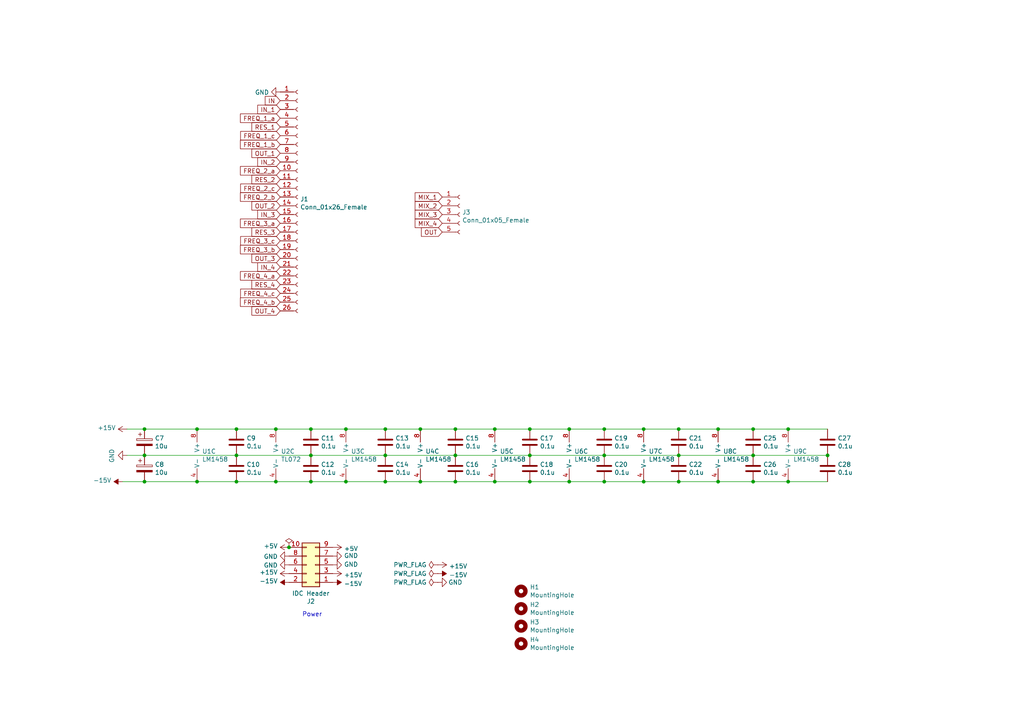
<source format=kicad_sch>
(kicad_sch (version 20230121) (generator eeschema)
  (paper "A4")
  (title_block (title "resonanz") (date "2020-06-13") (rev "01") (comment 1 "schema for main circuit") (comment 2 "resonant band pass filter") (comment 4 "License CC BY 4.0 - Attribution 4.0 International"))
  (lib_symbols
    (symbol "Amplifier_Operational:TL072" (pin_names (offset 0.127))
      (property "Reference" "U" (at 0 5.08 0))
      (property "Value" "TL072" (at 0 -5.08 0))
      (symbol "TL072_1_1"
        (polyline (pts (xy -5.08 5.08) (xy 5.08 0) (xy -5.08 -5.08) (xy -5.08 5.08)) (stroke (width 0.254)) (fill (type background)))
        (pin output line (at 7.62 0 180) (length 2.54) (name "~") (number "1"))
        (pin input line (at -7.62 -2.54 0) (length 2.54) (name "-") (number "2"))
        (pin input line (at -7.62 2.54 0) (length 2.54) (name "+") (number "3"))
      )
      (symbol "TL072_2_1"
        (polyline (pts (xy -5.08 5.08) (xy 5.08 0) (xy -5.08 -5.08) (xy -5.08 5.08)) (stroke (width 0.254)) (fill (type background)))
        (pin input line (at -7.62 2.54 0) (length 2.54) (name "+") (number "5"))
        (pin input line (at -7.62 -2.54 0) (length 2.54) (name "-") (number "6"))
        (pin output line (at 7.62 0 180) (length 2.54) (name "~") (number "7"))
      )
      (symbol "TL072_3_1"
        (pin power_in line (at -2.54 -7.62 90) (length 3.81) (name "V-") (number "4"))
        (pin power_in line (at -2.54 7.62 270) (length 3.81) (name "V+") (number "8"))
      )
    )
    (symbol "Connector:Conn_01x05_Socket" (pin_names (offset 1.016) hide)
      (property "Reference" "J" (at 0 7.62 0))
      (property "Value" "Conn_01x05_Socket" (at 0 -7.62 0))
      (symbol "Conn_01x05_Socket_1_1"
        (arc (start 0 -4.572) (mid -0.5058 -5.08) (end 0 -5.588) (stroke (width 0.1524)))
        (arc (start 0 -2.032) (mid -0.5058 -2.54) (end 0 -3.048) (stroke (width 0.1524)))
        (polyline (pts (xy -1.27 -5.08) (xy -0.508 -5.08)) (stroke (width 0.1524)))
        (polyline (pts (xy -1.27 -2.54) (xy -0.508 -2.54)) (stroke (width 0.1524)))
        (polyline (pts (xy -1.27 0) (xy -0.508 0)) (stroke (width 0.1524)))
        (polyline (pts (xy -1.27 2.54) (xy -0.508 2.54)) (stroke (width 0.1524)))
        (polyline (pts (xy -1.27 5.08) (xy -0.508 5.08)) (stroke (width 0.1524)))
        (arc (start 0 0.508) (mid -0.5058 0) (end 0 -0.508) (stroke (width 0.1524)))
        (arc (start 0 3.048) (mid -0.5058 2.54) (end 0 2.032) (stroke (width 0.1524)))
        (arc (start 0 5.588) (mid -0.5058 5.08) (end 0 4.572) (stroke (width 0.1524)))
        (pin passive line (at -5.08 5.08 0) (length 3.81) (name "Pin_1") (number "1"))
        (pin passive line (at -5.08 2.54 0) (length 3.81) (name "Pin_2") (number "2"))
        (pin passive line (at -5.08 0 0) (length 3.81) (name "Pin_3") (number "3"))
        (pin passive line (at -5.08 -2.54 0) (length 3.81) (name "Pin_4") (number "4"))
        (pin passive line (at -5.08 -5.08 0) (length 3.81) (name "Pin_5") (number "5"))
      )
    )
    (symbol "Connector:Conn_01x26_Socket" (pin_names (offset 1.016) hide)
      (property "Reference" "J" (at 0 33.02 0))
      (property "Value" "Conn_01x26_Socket" (at 0 -35.56 0))
      (symbol "Conn_01x26_Socket_1_1"
        (arc (start 0 -32.512) (mid -0.5058 -33.02) (end 0 -33.528) (stroke (width 0.1524)))
        (arc (start 0 -29.972) (mid -0.5058 -30.48) (end 0 -30.988) (stroke (width 0.1524)))
        (arc (start 0 -27.432) (mid -0.5058 -27.94) (end 0 -28.448) (stroke (width 0.1524)))
        (arc (start 0 -24.892) (mid -0.5058 -25.4) (end 0 -25.908) (stroke (width 0.1524)))
        (arc (start 0 -22.352) (mid -0.5058 -22.86) (end 0 -23.368) (stroke (width 0.1524)))
        (arc (start 0 -19.812) (mid -0.5058 -20.32) (end 0 -20.828) (stroke (width 0.1524)))
        (arc (start 0 -17.272) (mid -0.5058 -17.78) (end 0 -18.288) (stroke (width 0.1524)))
        (arc (start 0 -14.732) (mid -0.5058 -15.24) (end 0 -15.748) (stroke (width 0.1524)))
        (arc (start 0 -12.192) (mid -0.5058 -12.7) (end 0 -13.208) (stroke (width 0.1524)))
        (arc (start 0 -9.652) (mid -0.5058 -10.16) (end 0 -10.668) (stroke (width 0.1524)))
        (arc (start 0 -7.112) (mid -0.5058 -7.62) (end 0 -8.128) (stroke (width 0.1524)))
        (arc (start 0 -4.572) (mid -0.5058 -5.08) (end 0 -5.588) (stroke (width 0.1524)))
        (arc (start 0 -2.032) (mid -0.5058 -2.54) (end 0 -3.048) (stroke (width 0.1524)))
        (polyline (pts (xy -1.27 -33.02) (xy -0.508 -33.02)) (stroke (width 0.1524)))
        (polyline (pts (xy -1.27 -30.48) (xy -0.508 -30.48)) (stroke (width 0.1524)))
        (polyline (pts (xy -1.27 -27.94) (xy -0.508 -27.94)) (stroke (width 0.1524)))
        (polyline (pts (xy -1.27 -25.4) (xy -0.508 -25.4)) (stroke (width 0.1524)))
        (polyline (pts (xy -1.27 -22.86) (xy -0.508 -22.86)) (stroke (width 0.1524)))
        (polyline (pts (xy -1.27 -20.32) (xy -0.508 -20.32)) (stroke (width 0.1524)))
        (polyline (pts (xy -1.27 -17.78) (xy -0.508 -17.78)) (stroke (width 0.1524)))
        (polyline (pts (xy -1.27 -15.24) (xy -0.508 -15.24)) (stroke (width 0.1524)))
        (polyline (pts (xy -1.27 -12.7) (xy -0.508 -12.7)) (stroke (width 0.1524)))
        (polyline (pts (xy -1.27 -10.16) (xy -0.508 -10.16)) (stroke (width 0.1524)))
        (polyline (pts (xy -1.27 -7.62) (xy -0.508 -7.62)) (stroke (width 0.1524)))
        (polyline (pts (xy -1.27 -5.08) (xy -0.508 -5.08)) (stroke (width 0.1524)))
        (polyline (pts (xy -1.27 -2.54) (xy -0.508 -2.54)) (stroke (width 0.1524)))
        (polyline (pts (xy -1.27 0) (xy -0.508 0)) (stroke (width 0.1524)))
        (polyline (pts (xy -1.27 2.54) (xy -0.508 2.54)) (stroke (width 0.1524)))
        (polyline (pts (xy -1.27 5.08) (xy -0.508 5.08)) (stroke (width 0.1524)))
        (polyline (pts (xy -1.27 7.62) (xy -0.508 7.62)) (stroke (width 0.1524)))
        (polyline (pts (xy -1.27 10.16) (xy -0.508 10.16)) (stroke (width 0.1524)))
        (polyline (pts (xy -1.27 12.7) (xy -0.508 12.7)) (stroke (width 0.1524)))
        (polyline (pts (xy -1.27 15.24) (xy -0.508 15.24)) (stroke (width 0.1524)))
        (polyline (pts (xy -1.27 17.78) (xy -0.508 17.78)) (stroke (width 0.1524)))
        (polyline (pts (xy -1.27 20.32) (xy -0.508 20.32)) (stroke (width 0.1524)))
        (polyline (pts (xy -1.27 22.86) (xy -0.508 22.86)) (stroke (width 0.1524)))
        (polyline (pts (xy -1.27 25.4) (xy -0.508 25.4)) (stroke (width 0.1524)))
        (polyline (pts (xy -1.27 27.94) (xy -0.508 27.94)) (stroke (width 0.1524)))
        (polyline (pts (xy -1.27 30.48) (xy -0.508 30.48)) (stroke (width 0.1524)))
        (arc (start 0 0.508) (mid -0.5058 0) (end 0 -0.508) (stroke (width 0.1524)))
        (arc (start 0 3.048) (mid -0.5058 2.54) (end 0 2.032) (stroke (width 0.1524)))
        (arc (start 0 5.588) (mid -0.5058 5.08) (end 0 4.572) (stroke (width 0.1524)))
        (arc (start 0 8.128) (mid -0.5058 7.62) (end 0 7.112) (stroke (width 0.1524)))
        (arc (start 0 10.668) (mid -0.5058 10.16) (end 0 9.652) (stroke (width 0.1524)))
        (arc (start 0 13.208) (mid -0.5058 12.7) (end 0 12.192) (stroke (width 0.1524)))
        (arc (start 0 15.748) (mid -0.5058 15.24) (end 0 14.732) (stroke (width 0.1524)))
        (arc (start 0 18.288) (mid -0.5058 17.78) (end 0 17.272) (stroke (width 0.1524)))
        (arc (start 0 20.828) (mid -0.5058 20.32) (end 0 19.812) (stroke (width 0.1524)))
        (arc (start 0 23.368) (mid -0.5058 22.86) (end 0 22.352) (stroke (width 0.1524)))
        (arc (start 0 25.908) (mid -0.5058 25.4) (end 0 24.892) (stroke (width 0.1524)))
        (arc (start 0 28.448) (mid -0.5058 27.94) (end 0 27.432) (stroke (width 0.1524)))
        (arc (start 0 30.988) (mid -0.5058 30.48) (end 0 29.972) (stroke (width 0.1524)))
        (pin passive line (at -5.08 30.48 0) (length 3.81) (name "Pin_1") (number "1"))
        (pin passive line (at -5.08 7.62 0) (length 3.81) (name "Pin_10") (number "10"))
        (pin passive line (at -5.08 5.08 0) (length 3.81) (name "Pin_11") (number "11"))
        (pin passive line (at -5.08 2.54 0) (length 3.81) (name "Pin_12") (number "12"))
        (pin passive line (at -5.08 0 0) (length 3.81) (name "Pin_13") (number "13"))
        (pin passive line (at -5.08 -2.54 0) (length 3.81) (name "Pin_14") (number "14"))
        (pin passive line (at -5.08 -5.08 0) (length 3.81) (name "Pin_15") (number "15"))
        (pin passive line (at -5.08 -7.62 0) (length 3.81) (name "Pin_16") (number "16"))
        (pin passive line (at -5.08 -10.16 0) (length 3.81) (name "Pin_17") (number "17"))
        (pin passive line (at -5.08 -12.7 0) (length 3.81) (name "Pin_18") (number "18"))
        (pin passive line (at -5.08 -15.24 0) (length 3.81) (name "Pin_19") (number "19"))
        (pin passive line (at -5.08 27.94 0) (length 3.81) (name "Pin_2") (number "2"))
        (pin passive line (at -5.08 -17.78 0) (length 3.81) (name "Pin_20") (number "20"))
        (pin passive line (at -5.08 -20.32 0) (length 3.81) (name "Pin_21") (number "21"))
        (pin passive line (at -5.08 -22.86 0) (length 3.81) (name "Pin_22") (number "22"))
        (pin passive line (at -5.08 -25.4 0) (length 3.81) (name "Pin_23") (number "23"))
        (pin passive line (at -5.08 -27.94 0) (length 3.81) (name "Pin_24") (number "24"))
        (pin passive line (at -5.08 -30.48 0) (length 3.81) (name "Pin_25") (number "25"))
        (pin passive line (at -5.08 -33.02 0) (length 3.81) (name "Pin_26") (number "26"))
        (pin passive line (at -5.08 25.4 0) (length 3.81) (name "Pin_3") (number "3"))
        (pin passive line (at -5.08 22.86 0) (length 3.81) (name "Pin_4") (number "4"))
        (pin passive line (at -5.08 20.32 0) (length 3.81) (name "Pin_5") (number "5"))
        (pin passive line (at -5.08 17.78 0) (length 3.81) (name "Pin_6") (number "6"))
        (pin passive line (at -5.08 15.24 0) (length 3.81) (name "Pin_7") (number "7"))
        (pin passive line (at -5.08 12.7 0) (length 3.81) (name "Pin_8") (number "8"))
        (pin passive line (at -5.08 10.16 0) (length 3.81) (name "Pin_9") (number "9"))
      )
    )
    (symbol "Connector_Generic:Conn_02x05_Odd_Even" (pin_names (offset 1.016) hide)
      (property "Reference" "J" (at 1.27 7.62 0))
      (property "Value" "Conn_02x05_Odd_Even" (at 1.27 -7.62 0))
      (symbol "Conn_02x05_Odd_Even_1_1"
        (rectangle (start -1.27 -4.953) (end 0 -5.207) (stroke (width 0.1524)))
        (rectangle (start -1.27 -2.413) (end 0 -2.667) (stroke (width 0.1524)))
        (rectangle (start -1.27 0.127) (end 0 -0.127) (stroke (width 0.1524)))
        (rectangle (start -1.27 2.667) (end 0 2.413) (stroke (width 0.1524)))
        (rectangle (start -1.27 5.207) (end 0 4.953) (stroke (width 0.1524)))
        (rectangle (start -1.27 6.35) (end 3.81 -6.35) (stroke (width 0.254)) (fill (type background)))
        (rectangle (start 3.81 -4.953) (end 2.54 -5.207) (stroke (width 0.1524)))
        (rectangle (start 3.81 -2.413) (end 2.54 -2.667) (stroke (width 0.1524)))
        (rectangle (start 3.81 0.127) (end 2.54 -0.127) (stroke (width 0.1524)))
        (rectangle (start 3.81 2.667) (end 2.54 2.413) (stroke (width 0.1524)))
        (rectangle (start 3.81 5.207) (end 2.54 4.953) (stroke (width 0.1524)))
        (pin passive line (at -5.08 5.08 0) (length 3.81) (name "Pin_1") (number "1"))
        (pin passive line (at 7.62 -5.08 180) (length 3.81) (name "Pin_10") (number "10"))
        (pin passive line (at 7.62 5.08 180) (length 3.81) (name "Pin_2") (number "2"))
        (pin passive line (at -5.08 2.54 0) (length 3.81) (name "Pin_3") (number "3"))
        (pin passive line (at 7.62 2.54 180) (length 3.81) (name "Pin_4") (number "4"))
        (pin passive line (at -5.08 0 0) (length 3.81) (name "Pin_5") (number "5"))
        (pin passive line (at 7.62 0 180) (length 3.81) (name "Pin_6") (number "6"))
        (pin passive line (at -5.08 -2.54 0) (length 3.81) (name "Pin_7") (number "7"))
        (pin passive line (at 7.62 -2.54 180) (length 3.81) (name "Pin_8") (number "8"))
        (pin passive line (at -5.08 -5.08 0) (length 3.81) (name "Pin_9") (number "9"))
      )
    )
    (symbol "Device:C" (pin_numbers hide) (pin_names (offset 0.254))
      (property "Reference" "C" (at 0.635 2.54 0))
      (property "Value" "C" (at 0.635 -2.54 0))
      (symbol "C_0_1"
        (polyline (pts (xy -2.032 -0.762) (xy 2.032 -0.762)) (stroke (width 0.508)))
        (polyline (pts (xy -2.032 0.762) (xy 2.032 0.762)) (stroke (width 0.508)))
      )
      (symbol "C_1_1"
        (pin passive line (at 0 3.81 270) (length 2.794) (name "~") (number "1"))
        (pin passive line (at 0 -3.81 90) (length 2.794) (name "~") (number "2"))
      )
    )
    (symbol "Device:C_Polarized" (pin_numbers hide) (pin_names (offset 0.254))
      (property "Reference" "C" (at 0.635 2.54 0))
      (property "Value" "C_Polarized" (at 0.635 -2.54 0))
      (symbol "C_Polarized_0_1"
        (rectangle (start -2.286 0.508) (end 2.286 1.016))
        (polyline (pts (xy -1.778 2.286) (xy -0.762 2.286)))
        (polyline (pts (xy -1.27 2.794) (xy -1.27 1.778)))
        (rectangle (start 2.286 -0.508) (end -2.286 -1.016) (fill (type outline)))
      )
      (symbol "C_Polarized_1_1"
        (pin passive line (at 0 3.81 270) (length 2.794) (name "~") (number "1"))
        (pin passive line (at 0 -3.81 90) (length 2.794) (name "~") (number "2"))
      )
    )
    (symbol "Mechanical:MountingHole" (pin_names (offset 1.016))
      (property "Reference" "H" (at 0 5.08 0))
      (property "Value" "MountingHole" (at 0 3.175 0))
      (symbol "MountingHole_0_1"
        (circle (center 0 0) (radius 1.27) (stroke (width 1.27)))
      )
    )
    (symbol "elektrophon:LM1458" (pin_names (offset 0.127))
      (property "Reference" "U" (at 0 5.08 0))
      (property "Value" "LM1458" (at 0 -5.08 0))
      (symbol "LM1458_1_1"
        (polyline (pts (xy -5.08 5.08) (xy 5.08 0) (xy -5.08 -5.08) (xy -5.08 5.08)) (stroke (width 0.254)) (fill (type background)))
        (pin output line (at 7.62 0 180) (length 2.54) (name "~") (number "1"))
        (pin input line (at -7.62 -2.54 0) (length 2.54) (name "-") (number "2"))
        (pin input line (at -7.62 2.54 0) (length 2.54) (name "+") (number "3"))
      )
      (symbol "LM1458_2_1"
        (polyline (pts (xy -5.08 5.08) (xy 5.08 0) (xy -5.08 -5.08) (xy -5.08 5.08)) (stroke (width 0.254)) (fill (type background)))
        (pin input line (at -7.62 2.54 0) (length 2.54) (name "+") (number "5"))
        (pin input line (at -7.62 -2.54 0) (length 2.54) (name "-") (number "6"))
        (pin output line (at 7.62 0 180) (length 2.54) (name "~") (number "7"))
      )
      (symbol "LM1458_3_1"
        (pin power_in line (at -2.54 -7.62 90) (length 3.81) (name "V-") (number "4"))
        (pin power_in line (at -2.54 7.62 270) (length 3.81) (name "V+") (number "8"))
      )
    )
    (symbol "power:+15V" (power) (pin_names (offset 0))
      (property "Value" "+15V" (at 0 3.556 0))
      (symbol "+15V_0_1"
        (polyline (pts (xy -0.762 1.27) (xy 0 2.54)))
        (polyline (pts (xy 0 0) (xy 0 2.54)))
        (polyline (pts (xy 0 2.54) (xy 0.762 1.27)))
      )
      (symbol "+15V_1_1"
        (pin power_in line (at 0 0 90) (length 0) hide (name "+15V") (number "1"))
      )
    )
    (symbol "power:+5V" (power) (pin_names (offset 0))
      (property "Value" "+5V" (at 0 3.556 0))
      (symbol "+5V_0_1"
        (polyline (pts (xy -0.762 1.27) (xy 0 2.54)))
        (polyline (pts (xy 0 0) (xy 0 2.54)))
        (polyline (pts (xy 0 2.54) (xy 0.762 1.27)))
      )
      (symbol "+5V_1_1"
        (pin power_in line (at 0 0 90) (length 0) hide (name "+5V") (number "1"))
      )
    )
    (symbol "power:-15V" (power) (pin_names (offset 0))
      (property "Value" "-15V" (at 0 3.81 0))
      (symbol "-15V_0_0"
        (pin power_in line (at 0 0 90) (length 0) hide (name "-15V") (number "1"))
      )
      (symbol "-15V_0_1"
        (polyline (pts (xy 0 0) (xy 0 1.27) (xy 0.762 1.27) (xy 0 2.54) (xy -0.762 1.27) (xy 0 1.27)) (fill (type outline)))
      )
    )
    (symbol "power:GND" (power) (pin_names (offset 0))
      (property "Value" "GND" (at 0 -3.81 0))
      (symbol "GND_0_1"
        (polyline (pts (xy 0 0) (xy 0 -1.27) (xy 1.27 -1.27) (xy 0 -2.54) (xy -1.27 -1.27) (xy 0 -1.27)))
      )
      (symbol "GND_1_1"
        (pin power_in line (at 0 0 270) (length 0) hide (name "GND") (number "1"))
      )
    )
    (symbol "power:PWR_FLAG" (power) (pin_numbers hide) (pin_names (offset 0) hide)
      (property "Value" "PWR_FLAG" (at 0 3.81 0))
      (symbol "PWR_FLAG_0_0"
        (pin power_out line (at 0 0 90) (length 0) (name "pwr") (number "1"))
      )
      (symbol "PWR_FLAG_0_1"
        (polyline (pts (xy 0 0) (xy 0 1.27) (xy -1.016 1.905) (xy 0 2.54) (xy 1.016 1.905) (xy 0 1.27)))
      )
    )
  )
  (junction (at 100.33 139.7))
  (junction (at 208.28 124.46))
  (junction (at 100.33 124.46))
  (junction (at 41.91 132.08))
  (junction (at 186.69 139.7))
  (junction (at 83.82 158.75))
  (junction (at 228.6 124.46))
  (junction (at 165.1 139.7))
  (junction (at 132.08 139.7))
  (junction (at 90.17 124.46))
  (junction (at 196.85 139.7))
  (junction (at 111.76 124.46))
  (junction (at 143.51 139.7))
  (junction (at 240.03 132.08))
  (junction (at 196.85 124.46))
  (junction (at 218.44 139.7))
  (junction (at 196.85 132.08))
  (junction (at 228.6 139.7))
  (junction (at 153.67 132.08))
  (junction (at 132.08 124.46))
  (junction (at 165.1 124.46))
  (junction (at 80.01 124.46))
  (junction (at 153.67 139.7))
  (junction (at 41.91 124.46))
  (junction (at 68.58 139.7))
  (junction (at 218.44 132.08))
  (junction (at 175.26 132.08))
  (junction (at 57.15 139.7))
  (junction (at 121.92 139.7))
  (junction (at 68.58 124.46))
  (junction (at 218.44 124.46))
  (junction (at 111.76 132.08))
  (junction (at 208.28 139.7))
  (junction (at 153.67 124.46))
  (junction (at 80.01 139.7))
  (junction (at 186.69 124.46))
  (junction (at 90.17 132.08))
  (junction (at 68.58 132.08))
  (junction (at 143.51 124.46))
  (junction (at 41.91 139.7))
  (junction (at 111.76 139.7))
  (junction (at 175.26 139.7))
  (junction (at 57.15 124.46))
  (junction (at 132.08 132.08))
  (junction (at 121.92 124.46))
  (junction (at 90.17 139.7))
  (junction (at 175.26 124.46))
  (wire (pts (xy 41.91 139.7) (xy 57.15 139.7)))
  (wire (pts (xy 196.85 124.46) (xy 208.28 124.46)))
  (wire (pts (xy 186.69 124.46) (xy 196.85 124.46)))
  (wire (pts (xy 208.28 124.46) (xy 218.44 124.46)))
  (wire (pts (xy 80.01 124.46) (xy 90.17 124.46)))
  (wire (pts (xy 57.15 139.7) (xy 68.58 139.7)))
  (wire (pts (xy 100.33 139.7) (xy 111.76 139.7)))
  (wire (pts (xy 153.67 124.46) (xy 165.1 124.46)))
  (wire (pts (xy 175.26 139.7) (xy 186.69 139.7)))
  (wire (pts (xy 153.67 132.08) (xy 175.26 132.08)))
  (wire (pts (xy 175.26 124.46) (xy 186.69 124.46)))
  (wire (pts (xy 36.83 132.08) (xy 41.91 132.08)))
  (wire (pts (xy 90.17 139.7) (xy 80.01 139.7)))
  (wire (pts (xy 165.1 124.46) (xy 175.26 124.46)))
  (wire (pts (xy 68.58 124.46) (xy 80.01 124.46)))
  (wire (pts (xy 132.08 124.46) (xy 143.51 124.46)))
  (wire (pts (xy 228.6 124.46) (xy 240.03 124.46)))
  (wire (pts (xy 143.51 124.46) (xy 153.67 124.46)))
  (wire (pts (xy 100.33 124.46) (xy 111.76 124.46)))
  (wire (pts (xy 41.91 124.46) (xy 57.15 124.46)))
  (wire (pts (xy 68.58 132.08) (xy 90.17 132.08)))
  (wire (pts (xy 80.01 139.7) (xy 68.58 139.7)))
  (wire (pts (xy 132.08 132.08) (xy 153.67 132.08)))
  (wire (pts (xy 36.83 124.46) (xy 41.91 124.46)))
  (wire (pts (xy 165.1 139.7) (xy 175.26 139.7)))
  (wire (pts (xy 196.85 132.08) (xy 218.44 132.08)))
  (wire (pts (xy 90.17 132.08) (xy 111.76 132.08)))
  (wire (pts (xy 186.69 139.7) (xy 196.85 139.7)))
  (wire (pts (xy 111.76 132.08) (xy 132.08 132.08)))
  (wire (pts (xy 196.85 139.7) (xy 208.28 139.7)))
  (wire (pts (xy 228.6 139.7) (xy 240.03 139.7)))
  (wire (pts (xy 111.76 139.7) (xy 121.92 139.7)))
  (wire (pts (xy 57.15 124.46) (xy 68.58 124.46)))
  (wire (pts (xy 41.91 132.08) (xy 68.58 132.08)))
  (wire (pts (xy 153.67 139.7) (xy 165.1 139.7)))
  (wire (pts (xy 121.92 139.7) (xy 132.08 139.7)))
  (wire (pts (xy 143.51 139.7) (xy 153.67 139.7)))
  (wire (pts (xy 121.92 124.46) (xy 132.08 124.46)))
  (wire (pts (xy 35.56 139.7) (xy 41.91 139.7)))
  (wire (pts (xy 218.44 139.7) (xy 228.6 139.7)))
  (wire (pts (xy 175.26 132.08) (xy 196.85 132.08)))
  (wire (pts (xy 90.17 139.7) (xy 100.33 139.7)))
  (wire (pts (xy 208.28 139.7) (xy 218.44 139.7)))
  (wire (pts (xy 111.76 124.46) (xy 121.92 124.46)))
  (wire (pts (xy 132.08 139.7) (xy 143.51 139.7)))
  (wire (pts (xy 218.44 132.08) (xy 240.03 132.08)))
  (wire (pts (xy 218.44 124.46) (xy 228.6 124.46)))
  (wire (pts (xy 90.17 124.46) (xy 100.33 124.46)))
  (text "Power" (at 87.63 179.07 0) (effects (font (size 1.27 1.27)) (justify left bottom)))
  (global_label "FREQ_2_c" (shape input) (at 81.28 54.61 180) (property "Intersheetrefs" "${INTERSHEET_REFS}" (effects hide)))
  (global_label "IN_3" (shape input) (at 81.28 62.23 180) (property "Intersheetrefs" "${INTERSHEET_REFS}" (effects hide)))
  (global_label "RES_1" (shape input) (at 81.28 36.83 180) (property "Intersheetrefs" "${INTERSHEET_REFS}" (effects hide)))
  (global_label "IN_4" (shape input) (at 81.28 77.47 180) (property "Intersheetrefs" "${INTERSHEET_REFS}" (effects hide)))
  (global_label "FREQ_3_c" (shape input) (at 81.28 69.85 180) (property "Intersheetrefs" "${INTERSHEET_REFS}" (effects hide)))
  (global_label "RES_4" (shape input) (at 81.28 82.55 180) (property "Intersheetrefs" "${INTERSHEET_REFS}" (effects hide)))
  (global_label "FREQ_2_b" (shape input) (at 81.28 57.15 180) (property "Intersheetrefs" "${INTERSHEET_REFS}" (effects hide)))
  (global_label "OUT_4" (shape input) (at 81.28 90.17 180) (property "Intersheetrefs" "${INTERSHEET_REFS}" (effects hide)))
  (global_label "MIX_2" (shape input) (at 128.27 59.69 180) (property "Intersheetrefs" "${INTERSHEET_REFS}" (effects hide)))
  (global_label "FREQ_4_a" (shape input) (at 81.28 80.01 180) (property "Intersheetrefs" "${INTERSHEET_REFS}" (effects hide)))
  (global_label "FREQ_2_a" (shape input) (at 81.28 49.53 180) (property "Intersheetrefs" "${INTERSHEET_REFS}" (effects hide)))
  (global_label "FREQ_1_a" (shape input) (at 81.28 34.29 180) (property "Intersheetrefs" "${INTERSHEET_REFS}" (effects hide)))
  (global_label "FREQ_3_b" (shape input) (at 81.28 72.39 180) (property "Intersheetrefs" "${INTERSHEET_REFS}" (effects hide)))
  (global_label "OUT" (shape input) (at 128.27 67.31 180) (property "Intersheetrefs" "${INTERSHEET_REFS}" (effects hide)))
  (global_label "IN_2" (shape input) (at 81.28 46.99 180) (property "Intersheetrefs" "${INTERSHEET_REFS}" (effects hide)))
  (global_label "OUT_3" (shape input) (at 81.28 74.93 180) (property "Intersheetrefs" "${INTERSHEET_REFS}" (effects hide)))
  (global_label "RES_3" (shape input) (at 81.28 67.31 180) (property "Intersheetrefs" "${INTERSHEET_REFS}" (effects hide)))
  (global_label "FREQ_4_b" (shape input) (at 81.28 87.63 180) (property "Intersheetrefs" "${INTERSHEET_REFS}" (effects hide)))
  (global_label "OUT_1" (shape input) (at 81.28 44.45 180) (property "Intersheetrefs" "${INTERSHEET_REFS}" (effects hide)))
  (global_label "IN_1" (shape input) (at 81.28 31.75 180) (property "Intersheetrefs" "${INTERSHEET_REFS}" (effects hide)))
  (global_label "FREQ_1_b" (shape input) (at 81.28 41.91 180) (property "Intersheetrefs" "${INTERSHEET_REFS}" (effects hide)))
  (global_label "FREQ_1_c" (shape input) (at 81.28 39.37 180) (property "Intersheetrefs" "${INTERSHEET_REFS}" (effects hide)))
  (global_label "MIX_3" (shape input) (at 128.27 62.23 180) (property "Intersheetrefs" "${INTERSHEET_REFS}" (effects hide)))
  (global_label "IN" (shape input) (at 81.28 29.21 180) (property "Intersheetrefs" "${INTERSHEET_REFS}" (effects hide)))
  (global_label "MIX_4" (shape input) (at 128.27 64.77 180) (property "Intersheetrefs" "${INTERSHEET_REFS}" (effects hide)))
  (global_label "RES_2" (shape input) (at 81.28 52.07 180) (property "Intersheetrefs" "${INTERSHEET_REFS}" (effects hide)))
  (global_label "OUT_2" (shape input) (at 81.28 59.69 180) (property "Intersheetrefs" "${INTERSHEET_REFS}" (effects hide)))
  (global_label "FREQ_3_a" (shape input) (at 81.28 64.77 180) (property "Intersheetrefs" "${INTERSHEET_REFS}" (effects hide)))
  (global_label "FREQ_4_c" (shape input) (at 81.28 85.09 180) (property "Intersheetrefs" "${INTERSHEET_REFS}" (effects hide)))
  (global_label "MIX_1" (shape input) (at 128.27 57.15 180) (property "Intersheetrefs" "${INTERSHEET_REFS}" (effects hide)))
  (symbol (lib_id "Mechanical:MountingHole") (at 151.13 171.45 0) (unit 1)
    (property "Reference" "H1" (at 153.67 170.2816 0) (effects (justify left)))
    (property "Value" "MountingHole" (at 153.67 172.593 0) (effects (justify left)))
    (property "Footprint" "MountingHole:MountingHole_2.2mm_M2" (effects hide))
  )
  (symbol (lib_id "Mechanical:MountingHole") (at 151.13 176.53 0) (unit 1)
    (property "Reference" "H2" (at 153.67 175.3616 0) (effects (justify left)))
    (property "Value" "MountingHole" (at 153.67 177.673 0) (effects (justify left)))
    (property "Footprint" "MountingHole:MountingHole_2.2mm_M2" (effects hide))
  )
  (symbol (lib_id "Mechanical:MountingHole") (at 151.13 181.61 0) (unit 1)
    (property "Reference" "H3" (at 153.67 180.4416 0) (effects (justify left)))
    (property "Value" "MountingHole" (at 153.67 182.753 0) (effects (justify left)))
    (property "Footprint" "MountingHole:MountingHole_2.2mm_M2" (effects hide))
  )
  (symbol (lib_id "Mechanical:MountingHole") (at 151.13 186.69 0) (unit 1)
    (property "Reference" "H4" (at 153.67 185.5216 0) (effects (justify left)))
    (property "Value" "MountingHole" (at 153.67 187.833 0) (effects (justify left)))
    (property "Footprint" "MountingHole:MountingHole_2.2mm_M2" (effects hide))
  )
  (symbol (lib_id "Connector:Conn_01x26_Socket") (at 86.36 57.15 0) (unit 1)
    (property "Reference" "J1" (at 87.0712 57.7596 0) (effects (justify left)))
    (property "Value" "Conn_01x26_Female" (at 87.0712 60.071 0) (effects (justify left)))
    (property "Footprint" "Connector_PinHeader_2.54mm:PinHeader_1x26_P2.54mm_Vertical" (effects hide))
  )
  (symbol (lib_id "Connector:Conn_01x05_Socket") (at 133.35 62.23 0) (unit 1)
    (property "Reference" "J3" (at 134.0612 61.5696 0) (effects (justify left)))
    (property "Value" "Conn_01x05_Female" (at 134.0612 63.881 0) (effects (justify left)))
    (property "Footprint" "Connector_PinHeader_2.54mm:PinHeader_1x05_P2.54mm_Vertical" (effects hide))
  )
  (symbol (lib_id "elektrophon:LM1458") (at 59.69 132.08 0) (unit 3)
    (property "Reference" "U1" (at 58.6232 130.9116 0) (effects (justify left)))
    (property "Value" "LM1458" (at 58.6232 133.223 0) (effects (justify left)))
    (property "Footprint" "Package_DIP:DIP-8_W7.62mm_Socket" (effects hide))
    (property "Datasheet" "http://www.ti.com/lit/ds/symlink/lm358.pdf" (effects hide))
  )
  (symbol (lib_id "power:GND") (at 81.28 26.67 270) (unit 1)
    (property "Reference" "#PWR0101" (effects hide))
    (property "Value" "GND" (at 78.0288 26.797 90) (effects (justify right)))
  )
  (symbol (lib_id "elektrophon:LM1458") (at 102.87 132.08 0) (unit 3)
    (property "Reference" "U3" (at 101.8032 130.9116 0) (effects (justify left)))
    (property "Value" "LM1458" (at 101.8032 133.223 0) (effects (justify left)))
    (property "Footprint" "Package_DIP:DIP-8_W7.62mm_Socket" (effects hide))
    (property "Datasheet" "http://www.ti.com/lit/ds/symlink/lm358.pdf" (effects hide))
  )
  (symbol (lib_id "Device:C") (at 218.44 135.89 0) (unit 1)
    (property "Reference" "C26" (at 221.361 134.7216 0) (effects (justify left)))
    (property "Value" "0.1u" (at 221.361 137.033 0) (effects (justify left)))
    (property "Footprint" "Capacitor_THT:C_Rect_L4.0mm_W2.5mm_P2.50mm" (effects hide))
    (instances (project "main" (path "" (reference "C26") (unit 1)) (path "" (reference "C?") (unit 1))))
  )
  (symbol (lib_id "Device:C") (at 218.44 128.27 0) (unit 1)
    (property "Reference" "C25" (at 221.361 127.1016 0) (effects (justify left)))
    (property "Value" "0.1u" (at 221.361 129.413 0) (effects (justify left)))
    (property "Footprint" "Capacitor_THT:C_Rect_L4.0mm_W2.5mm_P2.50mm" (effects hide))
    (instances (project "main" (path "" (reference "C25") (unit 1)) (path "" (reference "C?") (unit 1))))
  )
  (symbol (lib_id "Device:C") (at 240.03 135.89 0) (unit 1)
    (property "Reference" "C28" (at 242.951 134.7216 0) (effects (justify left)))
    (property "Value" "0.1u" (at 242.951 137.033 0) (effects (justify left)))
    (property "Footprint" "Capacitor_THT:C_Rect_L4.0mm_W2.5mm_P2.50mm" (effects hide))
    (instances (project "main" (path "" (reference "C28") (unit 1)) (path "" (reference "C?") (unit 1))))
  )
  (symbol (lib_id "Device:C") (at 240.03 128.27 0) (unit 1)
    (property "Reference" "C27" (at 242.951 127.1016 0) (effects (justify left)))
    (property "Value" "0.1u" (at 242.951 129.413 0) (effects (justify left)))
    (property "Footprint" "Capacitor_THT:C_Rect_L4.0mm_W2.5mm_P2.50mm" (effects hide))
    (instances (project "main" (path "" (reference "C27") (unit 1)) (path "" (reference "C?") (unit 1))))
  )
  (symbol (lib_id "elektrophon:LM1458") (at 124.46 132.08 0) (unit 3)
    (property "Reference" "U4" (at 123.3932 130.9116 0) (effects (justify left)))
    (property "Value" "LM1458" (at 123.3932 133.223 0) (effects (justify left)))
    (property "Footprint" "Package_DIP:DIP-8_W7.62mm_Socket" (effects hide))
    (property "Datasheet" "http://www.ti.com/lit/ds/symlink/lm358.pdf" (effects hide))
  )
  (symbol (lib_id "elektrophon:LM1458") (at 167.64 132.08 0) (unit 3)
    (property "Reference" "U6" (at 166.5732 130.9116 0) (effects (justify left)))
    (property "Value" "LM1458" (at 166.5732 133.223 0) (effects (justify left)))
    (property "Footprint" "Package_DIP:DIP-8_W7.62mm_Socket" (effects hide))
    (property "Datasheet" "http://www.ti.com/lit/ds/symlink/lm358.pdf" (effects hide))
  )
  (symbol (lib_id "elektrophon:LM1458") (at 146.05 132.08 0) (unit 3)
    (property "Reference" "U5" (at 144.9832 130.9116 0) (effects (justify left)))
    (property "Value" "LM1458" (at 144.9832 133.223 0) (effects (justify left)))
    (property "Footprint" "Package_DIP:DIP-8_W7.62mm_Socket" (effects hide))
    (property "Datasheet" "http://www.ti.com/lit/ds/symlink/lm358.pdf" (effects hide))
  )
  (symbol (lib_id "elektrophon:LM1458") (at 189.23 132.08 0) (unit 3)
    (property "Reference" "U7" (at 188.1632 130.9116 0) (effects (justify left)))
    (property "Value" "LM1458" (at 188.1632 133.223 0) (effects (justify left)))
    (property "Footprint" "Package_DIP:DIP-8_W7.62mm_Socket" (effects hide))
    (property "Datasheet" "http://www.ti.com/lit/ds/symlink/lm358.pdf" (effects hide))
  )
  (symbol (lib_id "elektrophon:LM1458") (at 210.82 132.08 0) (unit 3)
    (property "Reference" "U8" (at 209.7532 130.9116 0) (effects (justify left)))
    (property "Value" "LM1458" (at 209.7532 133.223 0) (effects (justify left)))
    (property "Footprint" "Package_DIP:DIP-8_W7.62mm_Socket" (effects hide))
    (property "Datasheet" "http://www.ti.com/lit/ds/symlink/lm358.pdf" (effects hide))
  )
  (symbol (lib_id "elektrophon:LM1458") (at 231.14 132.08 0) (unit 3)
    (property "Reference" "U9" (at 230.0732 130.9116 0) (effects (justify left)))
    (property "Value" "LM1458" (at 230.0732 133.223 0) (effects (justify left)))
    (property "Footprint" "Package_DIP:DIP-8_W7.62mm_Socket" (effects hide))
    (property "Datasheet" "http://www.ti.com/lit/ds/symlink/lm358.pdf" (effects hide))
  )
  (symbol (lib_id "power:+15V") (at 36.83 124.46 90) (unit 1)
    (property "Reference" "#PWR019" (effects hide))
    (property "Value" "+15V" (at 33.5788 124.079 90) (effects (justify left)))
    (instances (project "main" (path "" (reference "#PWR019") (unit 1)) (path "" (reference "#PWR?") (unit 1))))
  )
  (symbol (lib_id "Device:C_Polarized") (at 41.91 135.89 0) (unit 1)
    (property "Reference" "C8" (at 44.9072 134.7216 0) (effects (justify left)))
    (property "Value" "10u" (at 44.9072 137.033 0) (effects (justify left)))
    (property "Footprint" "Capacitor_THT:CP_Radial_D5.0mm_P2.50mm" (effects hide))
    (instances (project "main" (path "" (reference "C8") (unit 1)) (path "" (reference "C?") (unit 1))))
  )
  (symbol (lib_id "power:GND") (at 36.83 132.08 270) (unit 1)
    (property "Reference" "#PWR020" (effects hide))
    (property "Value" "GND" (at 32.4358 132.207 0))
    (instances (project "main" (path "" (reference "#PWR020") (unit 1)) (path "" (reference "#PWR?") (unit 1))))
  )
  (symbol (lib_id "Device:C") (at 68.58 135.89 0) (unit 1)
    (property "Reference" "C10" (at 71.501 134.7216 0) (effects (justify left)))
    (property "Value" "0.1u" (at 71.501 137.033 0) (effects (justify left)))
    (property "Footprint" "Capacitor_THT:C_Rect_L4.0mm_W2.5mm_P2.50mm" (effects hide))
    (instances (project "main" (path "" (reference "C10") (unit 1)) (path "" (reference "C?") (unit 1))))
  )
  (symbol (lib_id "Device:C_Polarized") (at 41.91 128.27 0) (unit 1)
    (property "Reference" "C7" (at 44.9072 127.1016 0) (effects (justify left)))
    (property "Value" "10u" (at 44.9072 129.413 0) (effects (justify left)))
    (property "Footprint" "Capacitor_THT:CP_Radial_D5.0mm_P2.50mm" (effects hide))
    (instances (project "main" (path "" (reference "C7") (unit 1)) (path "" (reference "C?") (unit 1))))
  )
  (symbol (lib_id "power:-15V") (at 35.56 139.7 90) (unit 1)
    (property "Reference" "#PWR018" (effects hide))
    (property "Value" "-15V" (at 32.3088 139.319 90) (effects (justify left)))
    (instances (project "main" (path "" (reference "#PWR018") (unit 1)) (path "" (reference "#PWR?") (unit 1))))
  )
  (symbol (lib_id "Amplifier_Operational:TL072") (at 82.55 132.08 0) (unit 3)
    (property "Reference" "U2" (at 81.4832 130.9116 0) (effects (justify left)))
    (property "Value" "TL072" (at 81.4832 133.223 0) (effects (justify left)))
    (property "Footprint" "Package_DIP:DIP-8_W7.62mm_Socket" (effects hide))
    (property "Datasheet" "http://www.ti.com/lit/ds/symlink/tl071.pdf" (effects hide))
    (instances (project "main" (path "" (reference "U2") (unit 3)) (path "" (reference "U?") (unit 3))))
  )
  (symbol (lib_id "Device:C") (at 68.58 128.27 0) (unit 1)
    (property "Reference" "C9" (at 71.501 127.1016 0) (effects (justify left)))
    (property "Value" "0.1u" (at 71.501 129.413 0) (effects (justify left)))
    (property "Footprint" "Capacitor_THT:C_Rect_L4.0mm_W2.5mm_P2.50mm" (effects hide))
    (instances (project "main" (path "" (reference "C9") (unit 1)) (path "" (reference "C?") (unit 1))))
  )
  (symbol (lib_id "Device:C") (at 90.17 135.89 0) (unit 1)
    (property "Reference" "C12" (at 93.091 134.7216 0) (effects (justify left)))
    (property "Value" "0.1u" (at 93.091 137.033 0) (effects (justify left)))
    (property "Footprint" "Capacitor_THT:C_Rect_L4.0mm_W2.5mm_P2.50mm" (effects hide))
    (instances (project "main" (path "" (reference "C12") (unit 1)) (path "" (reference "C?") (unit 1))))
  )
  (symbol (lib_id "Device:C") (at 90.17 128.27 0) (unit 1)
    (property "Reference" "C11" (at 93.091 127.1016 0) (effects (justify left)))
    (property "Value" "0.1u" (at 93.091 129.413 0) (effects (justify left)))
    (property "Footprint" "Capacitor_THT:C_Rect_L4.0mm_W2.5mm_P2.50mm" (effects hide))
    (instances (project "main" (path "" (reference "C11") (unit 1)) (path "" (reference "C?") (unit 1))))
  )
  (symbol (lib_id "Device:C") (at 111.76 135.89 0) (unit 1)
    (property "Reference" "C14" (at 114.681 134.7216 0) (effects (justify left)))
    (property "Value" "0.1u" (at 114.681 137.033 0) (effects (justify left)))
    (property "Footprint" "Capacitor_THT:C_Rect_L4.0mm_W2.5mm_P2.50mm" (effects hide))
    (instances (project "main" (path "" (reference "C14") (unit 1)) (path "" (reference "C?") (unit 1))))
  )
  (symbol (lib_id "Device:C") (at 111.76 128.27 0) (unit 1)
    (property "Reference" "C13" (at 114.681 127.1016 0) (effects (justify left)))
    (property "Value" "0.1u" (at 114.681 129.413 0) (effects (justify left)))
    (property "Footprint" "Capacitor_THT:C_Rect_L4.0mm_W2.5mm_P2.50mm" (effects hide))
    (instances (project "main" (path "" (reference "C13") (unit 1)) (path "" (reference "C?") (unit 1))))
  )
  (symbol (lib_id "Device:C") (at 132.08 135.89 0) (unit 1)
    (property "Reference" "C16" (at 135.001 134.7216 0) (effects (justify left)))
    (property "Value" "0.1u" (at 135.001 137.033 0) (effects (justify left)))
    (property "Footprint" "Capacitor_THT:C_Rect_L4.0mm_W2.5mm_P2.50mm" (effects hide))
    (instances (project "main" (path "" (reference "C16") (unit 1)) (path "" (reference "C?") (unit 1))))
  )
  (symbol (lib_id "Device:C") (at 132.08 128.27 0) (unit 1)
    (property "Reference" "C15" (at 135.001 127.1016 0) (effects (justify left)))
    (property "Value" "0.1u" (at 135.001 129.413 0) (effects (justify left)))
    (property "Footprint" "Capacitor_THT:C_Rect_L4.0mm_W2.5mm_P2.50mm" (effects hide))
    (instances (project "main" (path "" (reference "C15") (unit 1)) (path "" (reference "C?") (unit 1))))
  )
  (symbol (lib_id "Device:C") (at 153.67 135.89 0) (unit 1)
    (property "Reference" "C18" (at 156.591 134.7216 0) (effects (justify left)))
    (property "Value" "0.1u" (at 156.591 137.033 0) (effects (justify left)))
    (property "Footprint" "Capacitor_THT:C_Rect_L4.0mm_W2.5mm_P2.50mm" (effects hide))
    (instances (project "main" (path "" (reference "C18") (unit 1)) (path "" (reference "C?") (unit 1))))
  )
  (symbol (lib_id "Device:C") (at 153.67 128.27 0) (unit 1)
    (property "Reference" "C17" (at 156.591 127.1016 0) (effects (justify left)))
    (property "Value" "0.1u" (at 156.591 129.413 0) (effects (justify left)))
    (property "Footprint" "Capacitor_THT:C_Rect_L4.0mm_W2.5mm_P2.50mm" (effects hide))
    (instances (project "main" (path "" (reference "C17") (unit 1)) (path "" (reference "C?") (unit 1))))
  )
  (symbol (lib_id "Device:C") (at 175.26 135.89 0) (unit 1)
    (property "Reference" "C20" (at 178.181 134.7216 0) (effects (justify left)))
    (property "Value" "0.1u" (at 178.181 137.033 0) (effects (justify left)))
    (property "Footprint" "Capacitor_THT:C_Rect_L4.0mm_W2.5mm_P2.50mm" (effects hide))
    (instances (project "main" (path "" (reference "C20") (unit 1)) (path "" (reference "C?") (unit 1))))
  )
  (symbol (lib_id "Device:C") (at 175.26 128.27 0) (unit 1)
    (property "Reference" "C19" (at 178.181 127.1016 0) (effects (justify left)))
    (property "Value" "0.1u" (at 178.181 129.413 0) (effects (justify left)))
    (property "Footprint" "Capacitor_THT:C_Rect_L4.0mm_W2.5mm_P2.50mm" (effects hide))
    (instances (project "main" (path "" (reference "C19") (unit 1)) (path "" (reference "C?") (unit 1))))
  )
  (symbol (lib_id "Device:C") (at 196.85 135.89 0) (unit 1)
    (property "Reference" "C22" (at 199.771 134.7216 0) (effects (justify left)))
    (property "Value" "0.1u" (at 199.771 137.033 0) (effects (justify left)))
    (property "Footprint" "Capacitor_THT:C_Rect_L4.0mm_W2.5mm_P2.50mm" (effects hide))
    (instances (project "main" (path "" (reference "C22") (unit 1)) (path "" (reference "C?") (unit 1))))
  )
  (symbol (lib_id "Device:C") (at 196.85 128.27 0) (unit 1)
    (property "Reference" "C21" (at 199.771 127.1016 0) (effects (justify left)))
    (property "Value" "0.1u" (at 199.771 129.413 0) (effects (justify left)))
    (property "Footprint" "Capacitor_THT:C_Rect_L4.0mm_W2.5mm_P2.50mm" (effects hide))
    (instances (project "main" (path "" (reference "C21") (unit 1)) (path "" (reference "C?") (unit 1))))
  )
  (symbol (lib_id "power:PWR_FLAG") (at 127 163.83 90) (unit 1)
    (property "Reference" "#FLG02" (effects hide))
    (property "Value" "PWR_FLAG" (at 123.7488 163.83 90) (effects (justify left)))
    (instances (project "main" (path "" (reference "#FLG02") (unit 1)) (path "" (reference "#FLG?") (unit 1))))
  )
  (symbol (lib_id "Connector_Generic:Conn_02x05_Odd_Even") (at 91.44 163.83 180) (unit 1)
    (property "Reference" "J2" (at 90.17 174.4218 0))
    (property "Value" "IDC Header" (at 90.17 172.1104 0))
    (property "Footprint" "Connector_IDC:IDC-Header_2x05_P2.54mm_Vertical" (effects hide))
    (instances (project "main" (path "" (reference "J2") (unit 1)) (path "" (reference "J?") (unit 1))))
  )
  (symbol (lib_id "power:+15V") (at 83.82 166.37 90) (unit 1)
    (property "Reference" "#PWR024" (effects hide))
    (property "Value" "+15V" (at 80.5688 165.989 90) (effects (justify left)))
    (instances (project "main" (path "" (reference "#PWR024") (unit 1)) (path "" (reference "#PWR?") (unit 1))))
  )
  (symbol (lib_id "power:+15V") (at 96.52 166.37 270) (unit 1)
    (property "Reference" "#PWR029" (effects hide))
    (property "Value" "+15V" (at 99.7712 166.751 90) (effects (justify left)))
    (instances (project "main" (path "" (reference "#PWR029") (unit 1)) (path "" (reference "#PWR?") (unit 1))))
  )
  (symbol (lib_id "power:-15V") (at 83.82 168.91 90) (unit 1)
    (property "Reference" "#PWR025" (effects hide))
    (property "Value" "-15V" (at 80.5688 168.529 90) (effects (justify left)))
    (instances (project "main" (path "" (reference "#PWR025") (unit 1)) (path "" (reference "#PWR?") (unit 1))))
  )
  (symbol (lib_id "power:-15V") (at 96.52 168.91 270) (unit 1)
    (property "Reference" "#PWR030" (effects hide))
    (property "Value" "-15V" (at 99.7712 169.291 90) (effects (justify left)))
    (instances (project "main" (path "" (reference "#PWR030") (unit 1)) (path "" (reference "#PWR?") (unit 1))))
  )
  (symbol (lib_id "power:GND") (at 83.82 163.83 270) (unit 1)
    (property "Reference" "#PWR023" (effects hide))
    (property "Value" "GND" (at 80.5688 163.957 90) (effects (justify right)))
    (instances (project "main" (path "" (reference "#PWR023") (unit 1)) (path "" (reference "#PWR?") (unit 1))))
  )
  (symbol (lib_id "power:GND") (at 83.82 161.29 270) (unit 1)
    (property "Reference" "#PWR022" (effects hide))
    (property "Value" "GND" (at 80.5688 161.417 90) (effects (justify right)))
    (instances (project "main" (path "" (reference "#PWR022") (unit 1)) (path "" (reference "#PWR?") (unit 1))))
  )
  (symbol (lib_id "power:GND") (at 96.52 161.29 90) (unit 1)
    (property "Reference" "#PWR027" (effects hide))
    (property "Value" "GND" (at 99.7712 161.163 90) (effects (justify right)))
    (instances (project "main" (path "" (reference "#PWR027") (unit 1)) (path "" (reference "#PWR?") (unit 1))))
  )
  (symbol (lib_id "power:GND") (at 96.52 163.83 90) (unit 1)
    (property "Reference" "#PWR028" (effects hide))
    (property "Value" "GND" (at 99.7712 163.703 90) (effects (justify right)))
    (instances (project "main" (path "" (reference "#PWR028") (unit 1)) (path "" (reference "#PWR?") (unit 1))))
  )
  (symbol (lib_id "power:+5V") (at 96.52 158.75 270) (unit 1)
    (property "Reference" "#PWR026" (effects hide))
    (property "Value" "+5V" (at 99.7712 159.131 90) (effects (justify left)))
    (instances (project "main" (path "" (reference "#PWR026") (unit 1)) (path "" (reference "#PWR?") (unit 1))))
  )
  (symbol (lib_id "power:+5V") (at 83.82 158.75 90) (unit 1)
    (property "Reference" "#PWR021" (effects hide))
    (property "Value" "+5V" (at 80.5688 158.369 90) (effects (justify left)))
    (instances (project "main" (path "" (reference "#PWR021") (unit 1)) (path "" (reference "#PWR?") (unit 1))))
  )
  (symbol (lib_id "power:PWR_FLAG") (at 83.82 158.75 0) (unit 1)
    (property "Reference" "#FLG01" (effects hide))
    (property "Value" "PWR_FLAG" (effects hide))
    (instances (project "main" (path "" (reference "#FLG01") (unit 1)) (path "" (reference "#FLG?") (unit 1))))
  )
  (symbol (lib_id "power:+15V") (at 127 163.83 270) (unit 1)
    (property "Reference" "#PWR031" (effects hide))
    (property "Value" "+15V" (at 130.2512 164.211 90) (effects (justify left)))
    (instances (project "main" (path "" (reference "#PWR031") (unit 1)) (path "" (reference "#PWR?") (unit 1))))
  )
  (symbol (lib_id "power:-15V") (at 127 166.37 270) (unit 1)
    (property "Reference" "#PWR032" (effects hide))
    (property "Value" "-15V" (at 130.2512 166.751 90) (effects (justify left)))
    (instances (project "main" (path "" (reference "#PWR032") (unit 1)) (path "" (reference "#PWR?") (unit 1))))
  )
  (symbol (lib_id "power:GND") (at 127 168.91 90) (unit 1)
    (property "Reference" "#PWR033" (effects hide))
    (property "Value" "GND" (at 132.08 168.91 90))
    (instances (project "main" (path "" (reference "#PWR033") (unit 1)) (path "" (reference "#PWR?") (unit 1))))
  )
  (symbol (lib_id "power:PWR_FLAG") (at 127 166.37 90) (unit 1)
    (property "Reference" "#FLG03" (effects hide))
    (property "Value" "PWR_FLAG" (at 123.7488 166.37 90) (effects (justify left)))
    (instances (project "main" (path "" (reference "#FLG03") (unit 1)) (path "" (reference "#FLG?") (unit 1))))
  )
  (symbol (lib_id "power:PWR_FLAG") (at 127 168.91 90) (unit 1)
    (property "Reference" "#FLG04" (effects hide))
    (property "Value" "PWR_FLAG" (at 123.7488 168.91 90) (effects (justify left)))
    (instances (project "main" (path "" (reference "#FLG04") (unit 1)) (path "" (reference "#FLG?") (unit 1))))
  )
)
</source>
